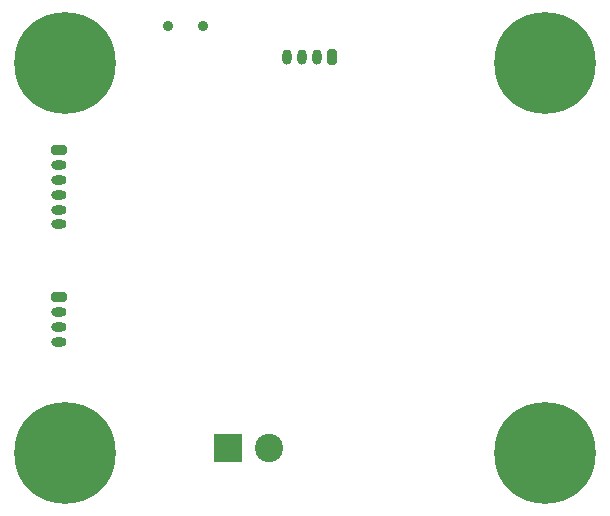
<source format=gbr>
%TF.GenerationSoftware,KiCad,Pcbnew,7.0.10*%
%TF.CreationDate,2024-03-14T18:53:23+05:30*%
%TF.ProjectId,STM32_4LAYER,53544d33-325f-4344-9c41-5945522e6b69,rev?*%
%TF.SameCoordinates,Original*%
%TF.FileFunction,Soldermask,Bot*%
%TF.FilePolarity,Negative*%
%FSLAX46Y46*%
G04 Gerber Fmt 4.6, Leading zero omitted, Abs format (unit mm)*
G04 Created by KiCad (PCBNEW 7.0.10) date 2024-03-14 18:53:23*
%MOMM*%
%LPD*%
G01*
G04 APERTURE LIST*
G04 Aperture macros list*
%AMRoundRect*
0 Rectangle with rounded corners*
0 $1 Rounding radius*
0 $2 $3 $4 $5 $6 $7 $8 $9 X,Y pos of 4 corners*
0 Add a 4 corners polygon primitive as box body*
4,1,4,$2,$3,$4,$5,$6,$7,$8,$9,$2,$3,0*
0 Add four circle primitives for the rounded corners*
1,1,$1+$1,$2,$3*
1,1,$1+$1,$4,$5*
1,1,$1+$1,$6,$7*
1,1,$1+$1,$8,$9*
0 Add four rect primitives between the rounded corners*
20,1,$1+$1,$2,$3,$4,$5,0*
20,1,$1+$1,$4,$5,$6,$7,0*
20,1,$1+$1,$6,$7,$8,$9,0*
20,1,$1+$1,$8,$9,$2,$3,0*%
G04 Aperture macros list end*
%ADD10RoundRect,0.200000X-0.450000X0.200000X-0.450000X-0.200000X0.450000X-0.200000X0.450000X0.200000X0*%
%ADD11O,1.300000X0.800000*%
%ADD12RoundRect,0.200000X0.200000X0.450000X-0.200000X0.450000X-0.200000X-0.450000X0.200000X-0.450000X0*%
%ADD13O,0.800000X1.300000*%
%ADD14C,0.900000*%
%ADD15C,8.600000*%
%ADD16R,2.400000X2.400000*%
%ADD17C,2.400000*%
G04 APERTURE END LIST*
D10*
%TO.C,J5*%
X154430200Y-98582000D03*
D11*
X154430200Y-99832000D03*
X154430200Y-101082000D03*
X154430200Y-102332000D03*
%TD*%
D12*
%TO.C,J4*%
X177490600Y-78230200D03*
D13*
X176240600Y-78230200D03*
X174990600Y-78230200D03*
X173740600Y-78230200D03*
%TD*%
D14*
%TO.C,H2*%
X192355000Y-78740000D03*
X193299581Y-76459581D03*
X193299581Y-81020419D03*
X195580000Y-75515000D03*
D15*
X195580000Y-78740000D03*
D14*
X195580000Y-81965000D03*
X197860419Y-76459581D03*
X197860419Y-81020419D03*
X198805000Y-78740000D03*
%TD*%
%TO.C,H4*%
X192355000Y-111760000D03*
X193299581Y-109479581D03*
X193299581Y-114040419D03*
X195580000Y-108535000D03*
D15*
X195580000Y-111760000D03*
D14*
X195580000Y-114985000D03*
X197860419Y-109479581D03*
X197860419Y-114040419D03*
X198805000Y-111760000D03*
%TD*%
D10*
%TO.C,J6*%
X154432000Y-86155200D03*
D11*
X154432000Y-87405200D03*
X154432000Y-88655200D03*
X154432000Y-89905200D03*
X154432000Y-91155200D03*
X154432000Y-92405200D03*
%TD*%
D14*
%TO.C,H3*%
X151715000Y-111760000D03*
X152659581Y-109479581D03*
X152659581Y-114040419D03*
X154940000Y-108535000D03*
D15*
X154940000Y-111760000D03*
D14*
X154940000Y-114985000D03*
X157220419Y-109479581D03*
X157220419Y-114040419D03*
X158165000Y-111760000D03*
%TD*%
%TO.C,SW1*%
X166600000Y-75583000D03*
X163600000Y-75583000D03*
%TD*%
D16*
%TO.C,J2*%
X168684000Y-111314000D03*
D17*
X172184000Y-111314000D03*
%TD*%
D14*
%TO.C,H1*%
X151715000Y-78740000D03*
X152659581Y-76459581D03*
X152659581Y-81020419D03*
X154940000Y-75515000D03*
D15*
X154940000Y-78740000D03*
D14*
X154940000Y-81965000D03*
X157220419Y-76459581D03*
X157220419Y-81020419D03*
X158165000Y-78740000D03*
%TD*%
M02*

</source>
